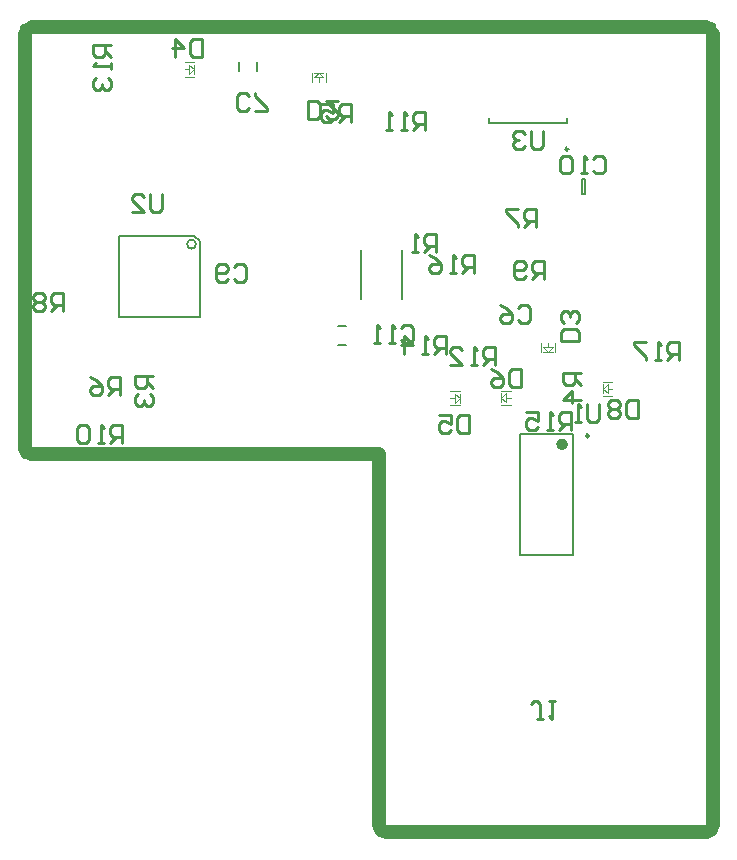
<source format=gbo>
G04*
G04 #@! TF.GenerationSoftware,Altium Limited,CircuitMaker,2.0.3 (51)*
G04*
G04 Layer_Color=13813960*
%FSLAX25Y25*%
%MOIN*%
G70*
G04*
G04 #@! TF.SameCoordinates,F5335DBB-8355-4FF0-A9BA-B13CC3796949*
G04*
G04*
G04 #@! TF.FilePolarity,Positive*
G04*
G01*
G75*
%ADD10C,0.00787*%
%ADD11C,0.00984*%
%ADD12C,0.01000*%
%ADD13C,0.00394*%
%ADD14C,0.04724*%
%ADD93C,0.01968*%
%ADD94C,0.00600*%
D10*
X108563Y251575D02*
Y254331D01*
X114468Y251575D02*
Y254331D01*
X141437Y160236D02*
X144193D01*
X141437Y166535D02*
X144193D01*
X217717Y234252D02*
Y235827D01*
X191732Y234252D02*
Y235827D01*
Y234252D02*
X217717D01*
X149114Y175591D02*
Y191732D01*
X162894Y175591D02*
Y191732D01*
X219685Y90157D02*
Y130315D01*
X201969Y90157D02*
Y130315D01*
X219685D01*
X201969Y90157D02*
X219685D01*
D11*
X218228Y225394D02*
G03*
X218228Y225394I-492J0D01*
G01*
X225098Y129823D02*
G03*
X225098Y129823I-492J0D01*
G01*
D12*
X255037Y154973D02*
Y160971D01*
X252038D01*
X251038Y159972D01*
Y157972D01*
X252038Y156973D01*
X255037D01*
X253038D02*
X251038Y154973D01*
X249039D02*
X247040D01*
X248039D01*
Y160971D01*
X249039Y159972D01*
X244040Y160971D02*
X240042D01*
Y159972D01*
X244040Y155973D01*
Y154973D01*
X186927Y184009D02*
Y190007D01*
X183928D01*
X182928Y189007D01*
Y187008D01*
X183928Y186008D01*
X186927D01*
X184927D02*
X182928Y184009D01*
X180929D02*
X178929D01*
X179929D01*
Y190007D01*
X180929Y189007D01*
X171932Y190007D02*
X173931Y189007D01*
X175930Y187008D01*
Y185009D01*
X174931Y184009D01*
X172931D01*
X171932Y185009D01*
Y186008D01*
X172931Y187008D01*
X175930D01*
X219013Y131745D02*
Y137743D01*
X216014D01*
X215015Y136743D01*
Y134744D01*
X216014Y133744D01*
X219013D01*
X217014D02*
X215015Y131745D01*
X213015D02*
X211016D01*
X212016D01*
Y137743D01*
X213015Y136743D01*
X204018Y137743D02*
X208017D01*
Y134744D01*
X206017Y135744D01*
X205018D01*
X204018Y134744D01*
Y132745D01*
X205018Y131745D01*
X207017D01*
X208017Y132745D01*
X177478Y157040D02*
Y163038D01*
X174479D01*
X173479Y162039D01*
Y160039D01*
X174479Y159040D01*
X177478D01*
X175478D02*
X173479Y157040D01*
X171480D02*
X169481D01*
X170480D01*
Y163038D01*
X171480Y162039D01*
X163482Y157040D02*
Y163038D01*
X166481Y160039D01*
X162483D01*
X65794Y260155D02*
X59796D01*
Y257156D01*
X60796Y256156D01*
X62795D01*
X63795Y257156D01*
Y260155D01*
Y258156D02*
X65794Y256156D01*
Y254157D02*
Y252158D01*
Y253157D01*
X59796D01*
X60796Y254157D01*
Y249159D02*
X59796Y248159D01*
Y246160D01*
X60796Y245160D01*
X61796D01*
X62795Y246160D01*
Y247159D01*
Y246160D01*
X63795Y245160D01*
X64795D01*
X65794Y246160D01*
Y248159D01*
X64795Y249159D01*
X193816Y153595D02*
Y159593D01*
X190817D01*
X189818Y158594D01*
Y156595D01*
X190817Y155595D01*
X193816D01*
X191817D02*
X189818Y153595D01*
X187818D02*
X185819D01*
X186819D01*
Y159593D01*
X187818Y158594D01*
X178821Y153595D02*
X182820D01*
X178821Y157594D01*
Y158594D01*
X179821Y159593D01*
X181820D01*
X182820Y158594D01*
X170474Y231843D02*
Y237842D01*
X167475D01*
X166475Y236842D01*
Y234842D01*
X167475Y233843D01*
X170474D01*
X168475D02*
X166475Y231843D01*
X164476D02*
X162477D01*
X163476D01*
Y237842D01*
X164476Y236842D01*
X159478Y231843D02*
X157478D01*
X158478D01*
Y237842D01*
X159478Y236842D01*
X69309Y127316D02*
Y133314D01*
X66310D01*
X65310Y132314D01*
Y130315D01*
X66310Y129315D01*
X69309D01*
X67309D02*
X65310Y127316D01*
X63310D02*
X61311D01*
X62311D01*
Y133314D01*
X63310Y132314D01*
X58312D02*
X57313Y133314D01*
X55313D01*
X54313Y132314D01*
Y128316D01*
X55313Y127316D01*
X57313D01*
X58312Y128316D01*
Y132314D01*
X210117Y182237D02*
Y188235D01*
X207118D01*
X206118Y187235D01*
Y185236D01*
X207118Y184237D01*
X210117D01*
X208117D02*
X206118Y182237D01*
X204118Y183237D02*
X203119Y182237D01*
X201119D01*
X200120Y183237D01*
Y187235D01*
X201119Y188235D01*
X203119D01*
X204118Y187235D01*
Y186236D01*
X203119Y185236D01*
X200120D01*
X49880Y171410D02*
Y177409D01*
X46881D01*
X45882Y176409D01*
Y174409D01*
X46881Y173410D01*
X49880D01*
X47881D02*
X45882Y171410D01*
X43882Y176409D02*
X42882Y177409D01*
X40883D01*
X39884Y176409D01*
Y175409D01*
X40883Y174409D01*
X39884Y173410D01*
Y172410D01*
X40883Y171410D01*
X42882D01*
X43882Y172410D01*
Y173410D01*
X42882Y174409D01*
X43882Y175409D01*
Y176409D01*
X42882Y174409D02*
X40883D01*
X207361Y199560D02*
Y205558D01*
X204362D01*
X203362Y204558D01*
Y202559D01*
X204362Y201559D01*
X207361D01*
X205361D02*
X203362Y199560D01*
X201362Y205558D02*
X197364D01*
Y204558D01*
X201362Y200560D01*
Y199560D01*
X68778Y143458D02*
Y149456D01*
X65779D01*
X64779Y148456D01*
Y146457D01*
X65779Y145457D01*
X68778D01*
X66779D02*
X64779Y143458D01*
X58781Y149456D02*
X60781Y148456D01*
X62780Y146457D01*
Y144457D01*
X61780Y143458D01*
X59781D01*
X58781Y144457D01*
Y145457D01*
X59781Y146457D01*
X62780D01*
X145700Y234600D02*
Y240598D01*
X142701D01*
X141701Y239598D01*
Y237599D01*
X142701Y236599D01*
X145700D01*
X143701D02*
X141701Y234600D01*
X135703Y240598D02*
X139702D01*
Y237599D01*
X137703Y238599D01*
X136703D01*
X135703Y237599D01*
Y235600D01*
X136703Y234600D01*
X138702D01*
X139702Y235600D01*
X222389Y150766D02*
X216391D01*
Y147767D01*
X217390Y146767D01*
X219390D01*
X220389Y147767D01*
Y150766D01*
Y148767D02*
X222389Y146767D01*
Y141769D02*
X216391D01*
X219390Y144768D01*
Y140769D01*
X79771Y149880D02*
X73773D01*
Y146881D01*
X74772Y145881D01*
X76772D01*
X77771Y146881D01*
Y149880D01*
Y147881D02*
X79771Y145881D01*
X74772Y143882D02*
X73773Y142883D01*
Y140883D01*
X74772Y139883D01*
X75772D01*
X76772Y140883D01*
Y141883D01*
Y140883D01*
X77771Y139883D01*
X78771D01*
X79771Y140883D01*
Y142883D01*
X78771Y143882D01*
X241416Y141877D02*
Y135879D01*
X238417D01*
X237417Y136879D01*
Y140877D01*
X238417Y141877D01*
X241416D01*
X235418Y140877D02*
X234418Y141877D01*
X232419D01*
X231419Y140877D01*
Y139878D01*
X232419Y138878D01*
X231419Y137878D01*
Y136879D01*
X232419Y135879D01*
X234418D01*
X235418Y136879D01*
Y137878D01*
X234418Y138878D01*
X235418Y139878D01*
Y140877D01*
X234418Y138878D02*
X232419D01*
X202439Y152212D02*
Y146214D01*
X199440D01*
X198441Y147213D01*
Y151212D01*
X199440Y152212D01*
X202439D01*
X192443D02*
X194442Y151212D01*
X196441Y149213D01*
Y147213D01*
X195442Y146214D01*
X193442D01*
X192443Y147213D01*
Y148213D01*
X193442Y149213D01*
X196441D01*
X185215Y136660D02*
Y130662D01*
X182216D01*
X181216Y131662D01*
Y135661D01*
X182216Y136660D01*
X185215D01*
X175218D02*
X179217D01*
Y133661D01*
X177217Y134661D01*
X176218D01*
X175218Y133661D01*
Y131662D01*
X176218Y130662D01*
X178217D01*
X179217Y131662D01*
X96140Y262054D02*
Y256056D01*
X93141D01*
X92141Y257056D01*
Y261054D01*
X93141Y262054D01*
X96140D01*
X87143Y256056D02*
Y262054D01*
X90142Y259055D01*
X86143D01*
X221700Y161537D02*
X215702D01*
Y164536D01*
X216702Y165536D01*
X220700D01*
X221700Y164536D01*
Y161537D01*
X220700Y167535D02*
X221700Y168535D01*
Y170534D01*
X220700Y171534D01*
X219701D01*
X218701Y170534D01*
Y169534D01*
Y170534D01*
X217701Y171534D01*
X216702D01*
X215702Y170534D01*
Y168535D01*
X216702Y167535D01*
X131616Y235288D02*
Y241286D01*
X134615D01*
X135615Y240287D01*
Y236288D01*
X134615Y235288D01*
X131616D01*
X141613Y241286D02*
X137614D01*
X141613Y237288D01*
Y236288D01*
X140613Y235288D01*
X138613D01*
X137614Y236288D01*
X209723Y231346D02*
Y226347D01*
X208723Y225347D01*
X206724D01*
X205724Y226347D01*
Y231346D01*
X203725Y230346D02*
X202725Y231346D01*
X200726D01*
X199726Y230346D01*
Y229346D01*
X200726Y228346D01*
X201725D01*
X200726D01*
X199726Y227347D01*
Y226347D01*
X200726Y225347D01*
X202725D01*
X203725Y226347D01*
X82951Y210479D02*
Y205481D01*
X81951Y204481D01*
X79952D01*
X78952Y205481D01*
Y210479D01*
X72954Y204481D02*
X76953D01*
X72954Y208480D01*
Y209480D01*
X73954Y210479D01*
X75953D01*
X76953Y209480D01*
X228400Y140398D02*
Y135400D01*
X227400Y134400D01*
X225401D01*
X224401Y135400D01*
Y140398D01*
X222402Y134400D02*
X220403D01*
X221402D01*
Y140398D01*
X222402Y139398D01*
X174176Y191194D02*
Y197192D01*
X171177D01*
X170177Y196192D01*
Y194193D01*
X171177Y193193D01*
X174176D01*
X172177D02*
X170177Y191194D01*
X168178D02*
X166179D01*
X167178D01*
Y197192D01*
X168178Y196192D01*
X209842Y35584D02*
X207843D01*
X208843D01*
Y40582D01*
X207843Y41582D01*
X206843D01*
X205844Y40582D01*
X211842Y41582D02*
X213841D01*
X212842D01*
Y35584D01*
X211842Y36583D01*
X162342Y165680D02*
X163341Y166680D01*
X165341D01*
X166340Y165680D01*
Y161682D01*
X165341Y160682D01*
X163341D01*
X162342Y161682D01*
X160342Y160682D02*
X158343D01*
X159343D01*
Y166680D01*
X160342Y165680D01*
X155344Y160682D02*
X153345D01*
X154344D01*
Y166680D01*
X155344Y165680D01*
X226381Y222275D02*
X227380Y223275D01*
X229380D01*
X230380Y222275D01*
Y218276D01*
X229380Y217277D01*
X227380D01*
X226381Y218276D01*
X224381Y217277D02*
X222382D01*
X223382D01*
Y223275D01*
X224381Y222275D01*
X219383D02*
X218383Y223275D01*
X216384D01*
X215384Y222275D01*
Y218276D01*
X216384Y217277D01*
X218383D01*
X219383Y218276D01*
Y222275D01*
X106901Y186098D02*
X107901Y187098D01*
X109900D01*
X110900Y186098D01*
Y182100D01*
X109900Y181100D01*
X107901D01*
X106901Y182100D01*
X104902D02*
X103902Y181100D01*
X101903D01*
X100903Y182100D01*
Y186098D01*
X101903Y187098D01*
X103902D01*
X104902Y186098D01*
Y185099D01*
X103902Y184099D01*
X100903D01*
X111697Y239142D02*
X110697Y238143D01*
X108698D01*
X107699Y239142D01*
Y243141D01*
X108698Y244141D01*
X110697D01*
X111697Y243141D01*
X113697Y238143D02*
X117695D01*
Y239142D01*
X113697Y243141D01*
Y244141D01*
X201492Y172472D02*
X202491Y173471D01*
X204491D01*
X205490Y172472D01*
Y168473D01*
X204491Y167473D01*
X202491D01*
X201492Y168473D01*
X195494Y173471D02*
X197493Y172472D01*
X199493Y170472D01*
Y168473D01*
X198493Y167473D01*
X196493D01*
X195494Y168473D01*
Y169473D01*
X196493Y170472D01*
X199493D01*
D13*
X90354Y254331D02*
X93504D01*
X90354Y249606D02*
X93504D01*
Y250394D02*
Y253543D01*
X91929Y250394D02*
X93504Y251969D01*
X90354D02*
X91929D01*
Y250394D02*
Y253543D01*
X93504Y251969D01*
X178937Y144685D02*
X182087D01*
X178937Y139961D02*
X182087D01*
Y140748D02*
Y143898D01*
X180512Y140748D02*
X182087Y142323D01*
X178937D02*
X180512D01*
Y140748D02*
Y143898D01*
X182087Y142323D01*
X213878Y157776D02*
Y160925D01*
X209154Y157776D02*
Y160925D01*
X209941Y157776D02*
X213091D01*
X209941Y159350D02*
X211516Y157776D01*
Y159350D02*
Y160925D01*
X209941Y159350D02*
X213091D01*
X211516Y157776D02*
X213091Y159350D01*
X132677Y247736D02*
Y250886D01*
X137402Y247736D02*
Y250886D01*
X133465D02*
X136614D01*
X135039D02*
X136614Y249311D01*
X135039Y247736D02*
Y249311D01*
X133465D02*
X136614D01*
X133465D02*
X135039Y250886D01*
X229724Y143209D02*
X232874D01*
X229724Y147933D02*
X232874D01*
X229724Y143996D02*
Y147146D01*
Y145571D02*
X231299Y147146D01*
Y145571D02*
X232874D01*
X231299Y143996D02*
Y147146D01*
X229724Y145571D02*
X231299Y143996D01*
X195866Y140157D02*
X199016D01*
X195866Y144882D02*
X199016D01*
X195866Y140945D02*
Y144094D01*
Y142520D02*
X197441Y144094D01*
Y142520D02*
X199016D01*
X197441Y140945D02*
Y144094D01*
X195866Y142520D02*
X197441Y140945D01*
D14*
X266435Y263780D02*
G03*
X264073Y266142I-2362J-0D01*
G01*
X266435Y263780D02*
G03*
X264073Y266142I-2362J-0D01*
G01*
X264075Y-2362D02*
G03*
X266437Y0I0J2362D01*
G01*
X264075Y-2362D02*
G03*
X266437Y0I0J2362D01*
G01*
X39370Y266142D02*
G03*
X37008Y263779I0J-2362D01*
G01*
X39370Y266142D02*
G03*
X37008Y263779I0J-2362D01*
G01*
X155118Y0D02*
G03*
X157480Y-2362I2362J0D01*
G01*
X37008Y125984D02*
G03*
X39370Y123622I2362J0D01*
G01*
X37008Y125984D02*
G03*
X39370Y123622I2362J0D01*
G01*
X155118Y0D02*
G03*
X157480Y-2362I2362J0D01*
G01*
X266435Y263780D02*
X266437Y0D01*
X157480Y-2362D02*
X264075D01*
X155118Y0D02*
Y123622D01*
X39370Y266142D02*
X264073D01*
X37008Y125984D02*
Y263780D01*
X39370Y123622D02*
X155118D01*
D93*
X217126Y126969D02*
G03*
X217126Y126969I-984J0D01*
G01*
D94*
X94117Y193703D02*
G03*
X94117Y193703I-1500J0D01*
G01*
X222925Y210295D02*
X223925D01*
Y215295D01*
X222925D02*
X223925D01*
X222925Y210295D02*
Y215295D01*
X93518Y196403D02*
X95317Y194730D01*
X68317Y196403D02*
X93518D01*
X95317Y169403D02*
Y194730D01*
X68317Y169403D02*
X95317D01*
X68317D02*
Y196403D01*
M02*

</source>
